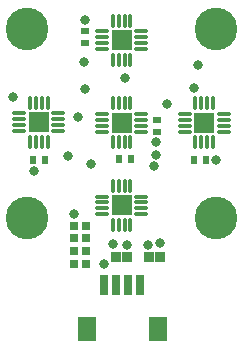
<source format=gts>
G04 Layer_Color=20142*
%FSLAX25Y25*%
%MOIN*%
G70*
G01*
G75*
G04:AMPARAMS|DCode=25|XSize=15.09mil|YSize=47.37mil|CornerRadius=4.89mil|HoleSize=0mil|Usage=FLASHONLY|Rotation=90.000|XOffset=0mil|YOffset=0mil|HoleType=Round|Shape=RoundedRectangle|*
%AMROUNDEDRECTD25*
21,1,0.01509,0.03760,0,0,90.0*
21,1,0.00532,0.04737,0,0,90.0*
1,1,0.00977,0.01880,0.00266*
1,1,0.00977,0.01880,-0.00266*
1,1,0.00977,-0.01880,-0.00266*
1,1,0.00977,-0.01880,0.00266*
%
%ADD25ROUNDEDRECTD25*%
G04:AMPARAMS|DCode=26|XSize=15.09mil|YSize=47.37mil|CornerRadius=4.89mil|HoleSize=0mil|Usage=FLASHONLY|Rotation=180.000|XOffset=0mil|YOffset=0mil|HoleType=Round|Shape=RoundedRectangle|*
%AMROUNDEDRECTD26*
21,1,0.01509,0.03760,0,0,180.0*
21,1,0.00532,0.04737,0,0,180.0*
1,1,0.00977,-0.00266,0.01880*
1,1,0.00977,0.00266,0.01880*
1,1,0.00977,0.00266,-0.01880*
1,1,0.00977,-0.00266,-0.01880*
%
%ADD26ROUNDEDRECTD26*%
%ADD27R,0.07099X0.07099*%
%ADD28R,0.07099X0.07099*%
%ADD29R,0.03000X0.03000*%
%ADD30R,0.03556X0.03359*%
%ADD31R,0.02769X0.02375*%
%ADD32R,0.02375X0.02769*%
%ADD33R,0.06312X0.07887*%
%ADD34R,0.03162X0.06902*%
%ADD35C,0.03162*%
%ADD36C,0.14186*%
D25*
X249410Y290748D02*
D03*
Y288779D02*
D03*
Y286811D02*
D03*
Y284842D02*
D03*
X262402Y290748D02*
D03*
Y288779D02*
D03*
Y286811D02*
D03*
Y284842D02*
D03*
X289961Y318307D02*
D03*
Y316339D02*
D03*
Y314370D02*
D03*
Y312402D02*
D03*
X276969Y318307D02*
D03*
Y316339D02*
D03*
Y314370D02*
D03*
Y312402D02*
D03*
X249410Y339961D02*
D03*
Y341929D02*
D03*
Y343898D02*
D03*
Y345866D02*
D03*
X262402Y339961D02*
D03*
Y341929D02*
D03*
Y343898D02*
D03*
Y345866D02*
D03*
Y318307D02*
D03*
Y316339D02*
D03*
Y314370D02*
D03*
Y312402D02*
D03*
X249410Y318307D02*
D03*
Y316339D02*
D03*
Y314370D02*
D03*
Y312402D02*
D03*
X234842Y312602D02*
D03*
Y314570D02*
D03*
Y316539D02*
D03*
Y318507D02*
D03*
X221850Y312602D02*
D03*
Y314570D02*
D03*
Y316539D02*
D03*
Y318507D02*
D03*
D26*
X252953Y294291D02*
D03*
X254921D02*
D03*
X256890D02*
D03*
X258858D02*
D03*
X252953Y281299D02*
D03*
X254921D02*
D03*
X256890D02*
D03*
X258858D02*
D03*
X286417Y321850D02*
D03*
X284449D02*
D03*
X282480D02*
D03*
X280512D02*
D03*
X286417Y308858D02*
D03*
X284449D02*
D03*
X282480D02*
D03*
X280512D02*
D03*
X252953Y336417D02*
D03*
X254921D02*
D03*
X256890D02*
D03*
X258858D02*
D03*
X252953Y349410D02*
D03*
X254921D02*
D03*
X256890D02*
D03*
X258858D02*
D03*
Y321850D02*
D03*
X256890D02*
D03*
X254921D02*
D03*
X252953D02*
D03*
X258858Y308858D02*
D03*
X256890D02*
D03*
X254921D02*
D03*
X252953D02*
D03*
X231299Y309058D02*
D03*
X229331D02*
D03*
X227362D02*
D03*
X225394D02*
D03*
X231299Y322050D02*
D03*
X229331D02*
D03*
X227362D02*
D03*
X225394D02*
D03*
D27*
X255906Y287795D02*
D03*
X228346Y315554D02*
D03*
D28*
X283465Y315354D02*
D03*
X255906Y342913D02*
D03*
Y315354D02*
D03*
D29*
X239898Y268110D02*
D03*
X243898D02*
D03*
X239898Y272441D02*
D03*
X243898D02*
D03*
X239898Y276772D02*
D03*
X243898D02*
D03*
X239898Y281102D02*
D03*
X243898D02*
D03*
D30*
X257776Y270472D02*
D03*
X254035D02*
D03*
X265059D02*
D03*
X268799D02*
D03*
D31*
X267717Y312404D02*
D03*
Y316341D02*
D03*
X243701Y345870D02*
D03*
Y341933D02*
D03*
D32*
X284154Y302953D02*
D03*
X280217D02*
D03*
X226378Y302956D02*
D03*
X230315D02*
D03*
X259055Y303350D02*
D03*
X255118D02*
D03*
D33*
X267913Y246654D02*
D03*
X244291D02*
D03*
D34*
X262008Y261417D02*
D03*
X258071D02*
D03*
X254134D02*
D03*
X250197D02*
D03*
D35*
X267520Y304531D02*
D03*
X266732Y300987D02*
D03*
X267520Y308861D02*
D03*
X226575Y299413D02*
D03*
X219882Y323822D02*
D03*
X237992Y304137D02*
D03*
X241339Y317129D02*
D03*
X281299Y334452D02*
D03*
X243504Y335633D02*
D03*
X245866Y301578D02*
D03*
X243701Y326578D02*
D03*
X280118Y326775D02*
D03*
X256890Y330121D02*
D03*
X271161Y321558D02*
D03*
X239892Y285039D02*
D03*
X249932Y268110D02*
D03*
X268829Y275197D02*
D03*
X257874Y274606D02*
D03*
X264567D02*
D03*
X253081Y275098D02*
D03*
X287402Y302854D02*
D03*
X243701Y349606D02*
D03*
D36*
X224410Y346457D02*
D03*
X287402D02*
D03*
Y283465D02*
D03*
X224410D02*
D03*
M02*

</source>
